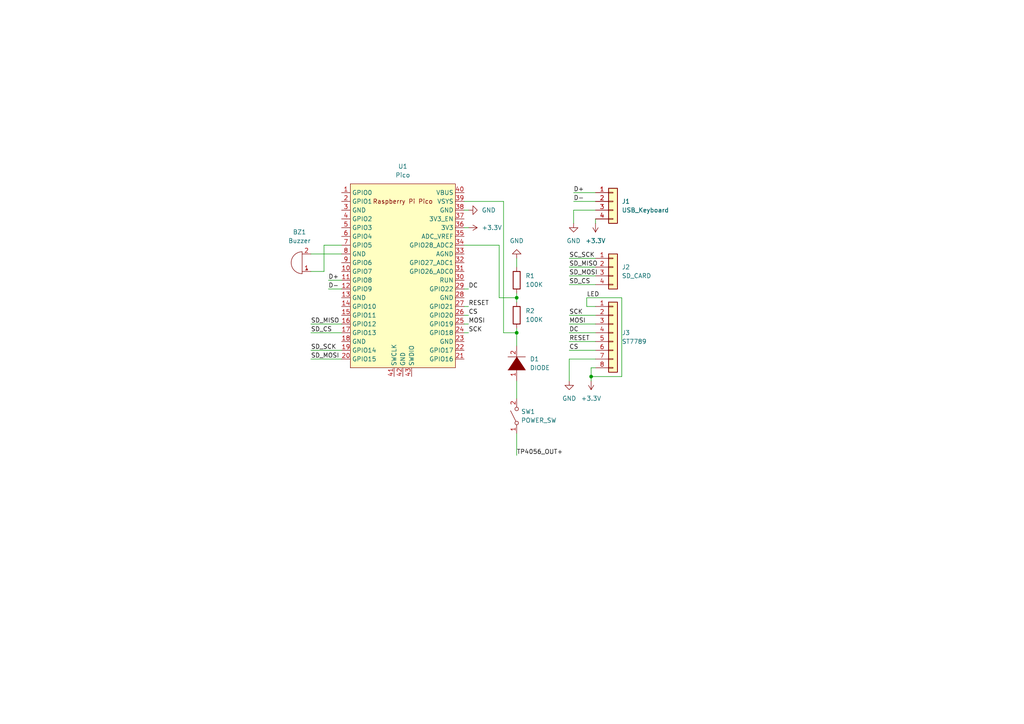
<source format=kicad_sch>
(kicad_sch (version 20211123) (generator eeschema)

  (uuid 8e84ada3-e7e1-44b1-a4a5-0413e3a4a77e)

  (paper "A4")

  (lib_symbols
    (symbol "Connector_Generic:Conn_01x04" (pin_names (offset 1.016) hide) (in_bom yes) (on_board yes)
      (property "Reference" "J" (id 0) (at 0 5.08 0)
        (effects (font (size 1.27 1.27)))
      )
      (property "Value" "Conn_01x04" (id 1) (at 0 -7.62 0)
        (effects (font (size 1.27 1.27)))
      )
      (property "Footprint" "" (id 2) (at 0 0 0)
        (effects (font (size 1.27 1.27)) hide)
      )
      (property "Datasheet" "~" (id 3) (at 0 0 0)
        (effects (font (size 1.27 1.27)) hide)
      )
      (property "ki_keywords" "connector" (id 4) (at 0 0 0)
        (effects (font (size 1.27 1.27)) hide)
      )
      (property "ki_description" "Generic connector, single row, 01x04, script generated (kicad-library-utils/schlib/autogen/connector/)" (id 5) (at 0 0 0)
        (effects (font (size 1.27 1.27)) hide)
      )
      (property "ki_fp_filters" "Connector*:*_1x??_*" (id 6) (at 0 0 0)
        (effects (font (size 1.27 1.27)) hide)
      )
      (symbol "Conn_01x04_1_1"
        (rectangle (start -1.27 -4.953) (end 0 -5.207)
          (stroke (width 0.1524) (type default) (color 0 0 0 0))
          (fill (type none))
        )
        (rectangle (start -1.27 -2.413) (end 0 -2.667)
          (stroke (width 0.1524) (type default) (color 0 0 0 0))
          (fill (type none))
        )
        (rectangle (start -1.27 0.127) (end 0 -0.127)
          (stroke (width 0.1524) (type default) (color 0 0 0 0))
          (fill (type none))
        )
        (rectangle (start -1.27 2.667) (end 0 2.413)
          (stroke (width 0.1524) (type default) (color 0 0 0 0))
          (fill (type none))
        )
        (rectangle (start -1.27 3.81) (end 1.27 -6.35)
          (stroke (width 0.254) (type default) (color 0 0 0 0))
          (fill (type background))
        )
        (pin passive line (at -5.08 2.54 0) (length 3.81)
          (name "Pin_1" (effects (font (size 1.27 1.27))))
          (number "1" (effects (font (size 1.27 1.27))))
        )
        (pin passive line (at -5.08 0 0) (length 3.81)
          (name "Pin_2" (effects (font (size 1.27 1.27))))
          (number "2" (effects (font (size 1.27 1.27))))
        )
        (pin passive line (at -5.08 -2.54 0) (length 3.81)
          (name "Pin_3" (effects (font (size 1.27 1.27))))
          (number "3" (effects (font (size 1.27 1.27))))
        )
        (pin passive line (at -5.08 -5.08 0) (length 3.81)
          (name "Pin_4" (effects (font (size 1.27 1.27))))
          (number "4" (effects (font (size 1.27 1.27))))
        )
      )
    )
    (symbol "Connector_Generic:Conn_01x08" (pin_names (offset 1.016) hide) (in_bom yes) (on_board yes)
      (property "Reference" "J" (id 0) (at 0 10.16 0)
        (effects (font (size 1.27 1.27)))
      )
      (property "Value" "Conn_01x08" (id 1) (at 0 -12.7 0)
        (effects (font (size 1.27 1.27)))
      )
      (property "Footprint" "" (id 2) (at 0 0 0)
        (effects (font (size 1.27 1.27)) hide)
      )
      (property "Datasheet" "~" (id 3) (at 0 0 0)
        (effects (font (size 1.27 1.27)) hide)
      )
      (property "ki_keywords" "connector" (id 4) (at 0 0 0)
        (effects (font (size 1.27 1.27)) hide)
      )
      (property "ki_description" "Generic connector, single row, 01x08, script generated (kicad-library-utils/schlib/autogen/connector/)" (id 5) (at 0 0 0)
        (effects (font (size 1.27 1.27)) hide)
      )
      (property "ki_fp_filters" "Connector*:*_1x??_*" (id 6) (at 0 0 0)
        (effects (font (size 1.27 1.27)) hide)
      )
      (symbol "Conn_01x08_1_1"
        (rectangle (start -1.27 -10.033) (end 0 -10.287)
          (stroke (width 0.1524) (type default) (color 0 0 0 0))
          (fill (type none))
        )
        (rectangle (start -1.27 -7.493) (end 0 -7.747)
          (stroke (width 0.1524) (type default) (color 0 0 0 0))
          (fill (type none))
        )
        (rectangle (start -1.27 -4.953) (end 0 -5.207)
          (stroke (width 0.1524) (type default) (color 0 0 0 0))
          (fill (type none))
        )
        (rectangle (start -1.27 -2.413) (end 0 -2.667)
          (stroke (width 0.1524) (type default) (color 0 0 0 0))
          (fill (type none))
        )
        (rectangle (start -1.27 0.127) (end 0 -0.127)
          (stroke (width 0.1524) (type default) (color 0 0 0 0))
          (fill (type none))
        )
        (rectangle (start -1.27 2.667) (end 0 2.413)
          (stroke (width 0.1524) (type default) (color 0 0 0 0))
          (fill (type none))
        )
        (rectangle (start -1.27 5.207) (end 0 4.953)
          (stroke (width 0.1524) (type default) (color 0 0 0 0))
          (fill (type none))
        )
        (rectangle (start -1.27 7.747) (end 0 7.493)
          (stroke (width 0.1524) (type default) (color 0 0 0 0))
          (fill (type none))
        )
        (rectangle (start -1.27 8.89) (end 1.27 -11.43)
          (stroke (width 0.254) (type default) (color 0 0 0 0))
          (fill (type background))
        )
        (pin passive line (at -5.08 7.62 0) (length 3.81)
          (name "Pin_1" (effects (font (size 1.27 1.27))))
          (number "1" (effects (font (size 1.27 1.27))))
        )
        (pin passive line (at -5.08 5.08 0) (length 3.81)
          (name "Pin_2" (effects (font (size 1.27 1.27))))
          (number "2" (effects (font (size 1.27 1.27))))
        )
        (pin passive line (at -5.08 2.54 0) (length 3.81)
          (name "Pin_3" (effects (font (size 1.27 1.27))))
          (number "3" (effects (font (size 1.27 1.27))))
        )
        (pin passive line (at -5.08 0 0) (length 3.81)
          (name "Pin_4" (effects (font (size 1.27 1.27))))
          (number "4" (effects (font (size 1.27 1.27))))
        )
        (pin passive line (at -5.08 -2.54 0) (length 3.81)
          (name "Pin_5" (effects (font (size 1.27 1.27))))
          (number "5" (effects (font (size 1.27 1.27))))
        )
        (pin passive line (at -5.08 -5.08 0) (length 3.81)
          (name "Pin_6" (effects (font (size 1.27 1.27))))
          (number "6" (effects (font (size 1.27 1.27))))
        )
        (pin passive line (at -5.08 -7.62 0) (length 3.81)
          (name "Pin_7" (effects (font (size 1.27 1.27))))
          (number "7" (effects (font (size 1.27 1.27))))
        )
        (pin passive line (at -5.08 -10.16 0) (length 3.81)
          (name "Pin_8" (effects (font (size 1.27 1.27))))
          (number "8" (effects (font (size 1.27 1.27))))
        )
      )
    )
    (symbol "Device:Buzzer" (pin_names (offset 0.0254) hide) (in_bom yes) (on_board yes)
      (property "Reference" "BZ" (id 0) (at 3.81 1.27 0)
        (effects (font (size 1.27 1.27)) (justify left))
      )
      (property "Value" "Buzzer" (id 1) (at 3.81 -1.27 0)
        (effects (font (size 1.27 1.27)) (justify left))
      )
      (property "Footprint" "" (id 2) (at -0.635 2.54 90)
        (effects (font (size 1.27 1.27)) hide)
      )
      (property "Datasheet" "~" (id 3) (at -0.635 2.54 90)
        (effects (font (size 1.27 1.27)) hide)
      )
      (property "ki_keywords" "quartz resonator ceramic" (id 4) (at 0 0 0)
        (effects (font (size 1.27 1.27)) hide)
      )
      (property "ki_description" "Buzzer, polarized" (id 5) (at 0 0 0)
        (effects (font (size 1.27 1.27)) hide)
      )
      (property "ki_fp_filters" "*Buzzer*" (id 6) (at 0 0 0)
        (effects (font (size 1.27 1.27)) hide)
      )
      (symbol "Buzzer_0_1"
        (arc (start 0 -3.175) (mid 3.175 0) (end 0 3.175)
          (stroke (width 0) (type default) (color 0 0 0 0))
          (fill (type none))
        )
        (polyline
          (pts
            (xy -1.651 1.905)
            (xy -1.143 1.905)
          )
          (stroke (width 0) (type default) (color 0 0 0 0))
          (fill (type none))
        )
        (polyline
          (pts
            (xy -1.397 2.159)
            (xy -1.397 1.651)
          )
          (stroke (width 0) (type default) (color 0 0 0 0))
          (fill (type none))
        )
        (polyline
          (pts
            (xy 0 3.175)
            (xy 0 -3.175)
          )
          (stroke (width 0) (type default) (color 0 0 0 0))
          (fill (type none))
        )
      )
      (symbol "Buzzer_1_1"
        (pin passive line (at -2.54 2.54 0) (length 2.54)
          (name "-" (effects (font (size 1.27 1.27))))
          (number "1" (effects (font (size 1.27 1.27))))
        )
        (pin passive line (at -2.54 -2.54 0) (length 2.54)
          (name "+" (effects (font (size 1.27 1.27))))
          (number "2" (effects (font (size 1.27 1.27))))
        )
      )
    )
    (symbol "Device:R" (pin_numbers hide) (pin_names (offset 0)) (in_bom yes) (on_board yes)
      (property "Reference" "R" (id 0) (at 2.032 0 90)
        (effects (font (size 1.27 1.27)))
      )
      (property "Value" "R" (id 1) (at 0 0 90)
        (effects (font (size 1.27 1.27)))
      )
      (property "Footprint" "" (id 2) (at -1.778 0 90)
        (effects (font (size 1.27 1.27)) hide)
      )
      (property "Datasheet" "~" (id 3) (at 0 0 0)
        (effects (font (size 1.27 1.27)) hide)
      )
      (property "ki_keywords" "R res resistor" (id 4) (at 0 0 0)
        (effects (font (size 1.27 1.27)) hide)
      )
      (property "ki_description" "Resistor" (id 5) (at 0 0 0)
        (effects (font (size 1.27 1.27)) hide)
      )
      (property "ki_fp_filters" "R_*" (id 6) (at 0 0 0)
        (effects (font (size 1.27 1.27)) hide)
      )
      (symbol "R_0_1"
        (rectangle (start -1.016 -2.54) (end 1.016 2.54)
          (stroke (width 0.254) (type default) (color 0 0 0 0))
          (fill (type none))
        )
      )
      (symbol "R_1_1"
        (pin passive line (at 0 3.81 270) (length 1.27)
          (name "~" (effects (font (size 1.27 1.27))))
          (number "1" (effects (font (size 1.27 1.27))))
        )
        (pin passive line (at 0 -3.81 90) (length 1.27)
          (name "~" (effects (font (size 1.27 1.27))))
          (number "2" (effects (font (size 1.27 1.27))))
        )
      )
    )
    (symbol "MCU_RaspberryPi_and_Boards:Pico" (in_bom yes) (on_board yes)
      (property "Reference" "U" (id 0) (at -13.97 27.94 0)
        (effects (font (size 1.27 1.27)))
      )
      (property "Value" "Pico" (id 1) (at 0 19.05 0)
        (effects (font (size 1.27 1.27)))
      )
      (property "Footprint" "RPi_Pico:RPi_Pico_SMD_TH" (id 2) (at 0 0 90)
        (effects (font (size 1.27 1.27)) hide)
      )
      (property "Datasheet" "" (id 3) (at 0 0 0)
        (effects (font (size 1.27 1.27)) hide)
      )
      (symbol "Pico_0_0"
        (text "Raspberry Pi Pico" (at 0 21.59 0)
          (effects (font (size 1.27 1.27)))
        )
      )
      (symbol "Pico_0_1"
        (rectangle (start -15.24 26.67) (end 15.24 -26.67)
          (stroke (width 0) (type default) (color 0 0 0 0))
          (fill (type background))
        )
      )
      (symbol "Pico_1_1"
        (pin bidirectional line (at -17.78 24.13 0) (length 2.54)
          (name "GPIO0" (effects (font (size 1.27 1.27))))
          (number "1" (effects (font (size 1.27 1.27))))
        )
        (pin bidirectional line (at -17.78 1.27 0) (length 2.54)
          (name "GPIO7" (effects (font (size 1.27 1.27))))
          (number "10" (effects (font (size 1.27 1.27))))
        )
        (pin bidirectional line (at -17.78 -1.27 0) (length 2.54)
          (name "GPIO8" (effects (font (size 1.27 1.27))))
          (number "11" (effects (font (size 1.27 1.27))))
        )
        (pin bidirectional line (at -17.78 -3.81 0) (length 2.54)
          (name "GPIO9" (effects (font (size 1.27 1.27))))
          (number "12" (effects (font (size 1.27 1.27))))
        )
        (pin power_in line (at -17.78 -6.35 0) (length 2.54)
          (name "GND" (effects (font (size 1.27 1.27))))
          (number "13" (effects (font (size 1.27 1.27))))
        )
        (pin bidirectional line (at -17.78 -8.89 0) (length 2.54)
          (name "GPIO10" (effects (font (size 1.27 1.27))))
          (number "14" (effects (font (size 1.27 1.27))))
        )
        (pin bidirectional line (at -17.78 -11.43 0) (length 2.54)
          (name "GPIO11" (effects (font (size 1.27 1.27))))
          (number "15" (effects (font (size 1.27 1.27))))
        )
        (pin bidirectional line (at -17.78 -13.97 0) (length 2.54)
          (name "GPIO12" (effects (font (size 1.27 1.27))))
          (number "16" (effects (font (size 1.27 1.27))))
        )
        (pin bidirectional line (at -17.78 -16.51 0) (length 2.54)
          (name "GPIO13" (effects (font (size 1.27 1.27))))
          (number "17" (effects (font (size 1.27 1.27))))
        )
        (pin power_in line (at -17.78 -19.05 0) (length 2.54)
          (name "GND" (effects (font (size 1.27 1.27))))
          (number "18" (effects (font (size 1.27 1.27))))
        )
        (pin bidirectional line (at -17.78 -21.59 0) (length 2.54)
          (name "GPIO14" (effects (font (size 1.27 1.27))))
          (number "19" (effects (font (size 1.27 1.27))))
        )
        (pin bidirectional line (at -17.78 21.59 0) (length 2.54)
          (name "GPIO1" (effects (font (size 1.27 1.27))))
          (number "2" (effects (font (size 1.27 1.27))))
        )
        (pin bidirectional line (at -17.78 -24.13 0) (length 2.54)
          (name "GPIO15" (effects (font (size 1.27 1.27))))
          (number "20" (effects (font (size 1.27 1.27))))
        )
        (pin bidirectional line (at 17.78 -24.13 180) (length 2.54)
          (name "GPIO16" (effects (font (size 1.27 1.27))))
          (number "21" (effects (font (size 1.27 1.27))))
        )
        (pin bidirectional line (at 17.78 -21.59 180) (length 2.54)
          (name "GPIO17" (effects (font (size 1.27 1.27))))
          (number "22" (effects (font (size 1.27 1.27))))
        )
        (pin power_in line (at 17.78 -19.05 180) (length 2.54)
          (name "GND" (effects (font (size 1.27 1.27))))
          (number "23" (effects (font (size 1.27 1.27))))
        )
        (pin bidirectional line (at 17.78 -16.51 180) (length 2.54)
          (name "GPIO18" (effects (font (size 1.27 1.27))))
          (number "24" (effects (font (size 1.27 1.27))))
        )
        (pin bidirectional line (at 17.78 -13.97 180) (length 2.54)
          (name "GPIO19" (effects (font (size 1.27 1.27))))
          (number "25" (effects (font (size 1.27 1.27))))
        )
        (pin bidirectional line (at 17.78 -11.43 180) (length 2.54)
          (name "GPIO20" (effects (font (size 1.27 1.27))))
          (number "26" (effects (font (size 1.27 1.27))))
        )
        (pin bidirectional line (at 17.78 -8.89 180) (length 2.54)
          (name "GPIO21" (effects (font (size 1.27 1.27))))
          (number "27" (effects (font (size 1.27 1.27))))
        )
        (pin power_in line (at 17.78 -6.35 180) (length 2.54)
          (name "GND" (effects (font (size 1.27 1.27))))
          (number "28" (effects (font (size 1.27 1.27))))
        )
        (pin bidirectional line (at 17.78 -3.81 180) (length 2.54)
          (name "GPIO22" (effects (font (size 1.27 1.27))))
          (number "29" (effects (font (size 1.27 1.27))))
        )
        (pin power_in line (at -17.78 19.05 0) (length 2.54)
          (name "GND" (effects (font (size 1.27 1.27))))
          (number "3" (effects (font (size 1.27 1.27))))
        )
        (pin input line (at 17.78 -1.27 180) (length 2.54)
          (name "RUN" (effects (font (size 1.27 1.27))))
          (number "30" (effects (font (size 1.27 1.27))))
        )
        (pin bidirectional line (at 17.78 1.27 180) (length 2.54)
          (name "GPIO26_ADC0" (effects (font (size 1.27 1.27))))
          (number "31" (effects (font (size 1.27 1.27))))
        )
        (pin bidirectional line (at 17.78 3.81 180) (length 2.54)
          (name "GPIO27_ADC1" (effects (font (size 1.27 1.27))))
          (number "32" (effects (font (size 1.27 1.27))))
        )
        (pin power_in line (at 17.78 6.35 180) (length 2.54)
          (name "AGND" (effects (font (size 1.27 1.27))))
          (number "33" (effects (font (size 1.27 1.27))))
        )
        (pin bidirectional line (at 17.78 8.89 180) (length 2.54)
          (name "GPIO28_ADC2" (effects (font (size 1.27 1.27))))
          (number "34" (effects (font (size 1.27 1.27))))
        )
        (pin power_in line (at 17.78 11.43 180) (length 2.54)
          (name "ADC_VREF" (effects (font (size 1.27 1.27))))
          (number "35" (effects (font (size 1.27 1.27))))
        )
        (pin power_in line (at 17.78 13.97 180) (length 2.54)
          (name "3V3" (effects (font (size 1.27 1.27))))
          (number "36" (effects (font (size 1.27 1.27))))
        )
        (pin input line (at 17.78 16.51 180) (length 2.54)
          (name "3V3_EN" (effects (font (size 1.27 1.27))))
          (number "37" (effects (font (size 1.27 1.27))))
        )
        (pin bidirectional line (at 17.78 19.05 180) (length 2.54)
          (name "GND" (effects (font (size 1.27 1.27))))
          (number "38" (effects (font (size 1.27 1.27))))
        )
        (pin power_in line (at 17.78 21.59 180) (length 2.54)
          (name "VSYS" (effects (font (size 1.27 1.27))))
          (number "39" (effects (font (size 1.27 1.27))))
        )
        (pin bidirectional line (at -17.78 16.51 0) (length 2.54)
          (name "GPIO2" (effects (font (size 1.27 1.27))))
          (number "4" (effects (font (size 1.27 1.27))))
        )
        (pin power_in line (at 17.78 24.13 180) (length 2.54)
          (name "VBUS" (effects (font (size 1.27 1.27))))
          (number "40" (effects (font (size 1.27 1.27))))
        )
        (pin input line (at -2.54 -29.21 90) (length 2.54)
          (name "SWCLK" (effects (font (size 1.27 1.27))))
          (number "41" (effects (font (size 1.27 1.27))))
        )
        (pin power_in line (at 0 -29.21 90) (length 2.54)
          (name "GND" (effects (font (size 1.27 1.27))))
          (number "42" (effects (font (size 1.27 1.27))))
        )
        (pin bidirectional line (at 2.54 -29.21 90) (length 2.54)
          (name "SWDIO" (effects (font (size 1.27 1.27))))
          (number "43" (effects (font (size 1.27 1.27))))
        )
        (pin bidirectional line (at -17.78 13.97 0) (length 2.54)
          (name "GPIO3" (effects (font (size 1.27 1.27))))
          (number "5" (effects (font (size 1.27 1.27))))
        )
        (pin bidirectional line (at -17.78 11.43 0) (length 2.54)
          (name "GPIO4" (effects (font (size 1.27 1.27))))
          (number "6" (effects (font (size 1.27 1.27))))
        )
        (pin bidirectional line (at -17.78 8.89 0) (length 2.54)
          (name "GPIO5" (effects (font (size 1.27 1.27))))
          (number "7" (effects (font (size 1.27 1.27))))
        )
        (pin power_in line (at -17.78 6.35 0) (length 2.54)
          (name "GND" (effects (font (size 1.27 1.27))))
          (number "8" (effects (font (size 1.27 1.27))))
        )
        (pin bidirectional line (at -17.78 3.81 0) (length 2.54)
          (name "GPIO6" (effects (font (size 1.27 1.27))))
          (number "9" (effects (font (size 1.27 1.27))))
        )
      )
    )
    (symbol "Switch:SW_SPST" (pin_names (offset 0) hide) (in_bom yes) (on_board yes)
      (property "Reference" "SW" (id 0) (at 0 3.175 0)
        (effects (font (size 1.27 1.27)))
      )
      (property "Value" "SW_SPST" (id 1) (at 0 -2.54 0)
        (effects (font (size 1.27 1.27)))
      )
      (property "Footprint" "" (id 2) (at 0 0 0)
        (effects (font (size 1.27 1.27)) hide)
      )
      (property "Datasheet" "~" (id 3) (at 0 0 0)
        (effects (font (size 1.27 1.27)) hide)
      )
      (property "ki_keywords" "switch lever" (id 4) (at 0 0 0)
        (effects (font (size 1.27 1.27)) hide)
      )
      (property "ki_description" "Single Pole Single Throw (SPST) switch" (id 5) (at 0 0 0)
        (effects (font (size 1.27 1.27)) hide)
      )
      (symbol "SW_SPST_0_0"
        (circle (center -2.032 0) (radius 0.508)
          (stroke (width 0) (type default) (color 0 0 0 0))
          (fill (type none))
        )
        (polyline
          (pts
            (xy -1.524 0.254)
            (xy 1.524 1.778)
          )
          (stroke (width 0) (type default) (color 0 0 0 0))
          (fill (type none))
        )
        (circle (center 2.032 0) (radius 0.508)
          (stroke (width 0) (type default) (color 0 0 0 0))
          (fill (type none))
        )
      )
      (symbol "SW_SPST_1_1"
        (pin passive line (at -5.08 0 0) (length 2.54)
          (name "A" (effects (font (size 1.27 1.27))))
          (number "1" (effects (font (size 1.27 1.27))))
        )
        (pin passive line (at 5.08 0 180) (length 2.54)
          (name "B" (effects (font (size 1.27 1.27))))
          (number "2" (effects (font (size 1.27 1.27))))
        )
      )
    )
    (symbol "power:+3.3V" (power) (pin_names (offset 0)) (in_bom yes) (on_board yes)
      (property "Reference" "#PWR" (id 0) (at 0 -3.81 0)
        (effects (font (size 1.27 1.27)) hide)
      )
      (property "Value" "+3.3V" (id 1) (at 0 3.556 0)
        (effects (font (size 1.27 1.27)))
      )
      (property "Footprint" "" (id 2) (at 0 0 0)
        (effects (font (size 1.27 1.27)) hide)
      )
      (property "Datasheet" "" (id 3) (at 0 0 0)
        (effects (font (size 1.27 1.27)) hide)
      )
      (property "ki_keywords" "power-flag" (id 4) (at 0 0 0)
        (effects (font (size 1.27 1.27)) hide)
      )
      (property "ki_description" "Power symbol creates a global label with name \"+3.3V\"" (id 5) (at 0 0 0)
        (effects (font (size 1.27 1.27)) hide)
      )
      (symbol "+3.3V_0_1"
        (polyline
          (pts
            (xy -0.762 1.27)
            (xy 0 2.54)
          )
          (stroke (width 0) (type default) (color 0 0 0 0))
          (fill (type none))
        )
        (polyline
          (pts
            (xy 0 0)
            (xy 0 2.54)
          )
          (stroke (width 0) (type default) (color 0 0 0 0))
          (fill (type none))
        )
        (polyline
          (pts
            (xy 0 2.54)
            (xy 0.762 1.27)
          )
          (stroke (width 0) (type default) (color 0 0 0 0))
          (fill (type none))
        )
      )
      (symbol "+3.3V_1_1"
        (pin power_in line (at 0 0 90) (length 0) hide
          (name "+3.3V" (effects (font (size 1.27 1.27))))
          (number "1" (effects (font (size 1.27 1.27))))
        )
      )
    )
    (symbol "power:GND" (power) (pin_names (offset 0)) (in_bom yes) (on_board yes)
      (property "Reference" "#PWR" (id 0) (at 0 -6.35 0)
        (effects (font (size 1.27 1.27)) hide)
      )
      (property "Value" "GND" (id 1) (at 0 -3.81 0)
        (effects (font (size 1.27 1.27)))
      )
      (property "Footprint" "" (id 2) (at 0 0 0)
        (effects (font (size 1.27 1.27)) hide)
      )
      (property "Datasheet" "" (id 3) (at 0 0 0)
        (effects (font (size 1.27 1.27)) hide)
      )
      (property "ki_keywords" "power-flag" (id 4) (at 0 0 0)
        (effects (font (size 1.27 1.27)) hide)
      )
      (property "ki_description" "Power symbol creates a global label with name \"GND\" , ground" (id 5) (at 0 0 0)
        (effects (font (size 1.27 1.27)) hide)
      )
      (symbol "GND_0_1"
        (polyline
          (pts
            (xy 0 0)
            (xy 0 -1.27)
            (xy 1.27 -1.27)
            (xy 0 -2.54)
            (xy -1.27 -1.27)
            (xy 0 -1.27)
          )
          (stroke (width 0) (type default) (color 0 0 0 0))
          (fill (type none))
        )
      )
      (symbol "GND_1_1"
        (pin power_in line (at 0 0 270) (length 0) hide
          (name "GND" (effects (font (size 1.27 1.27))))
          (number "1" (effects (font (size 1.27 1.27))))
        )
      )
    )
    (symbol "pspice:DIODE" (pin_names (offset 1.016) hide) (in_bom yes) (on_board yes)
      (property "Reference" "D" (id 0) (at 0 3.81 0)
        (effects (font (size 1.27 1.27)))
      )
      (property "Value" "DIODE" (id 1) (at 0 -4.445 0)
        (effects (font (size 1.27 1.27)))
      )
      (property "Footprint" "" (id 2) (at 0 0 0)
        (effects (font (size 1.27 1.27)) hide)
      )
      (property "Datasheet" "~" (id 3) (at 0 0 0)
        (effects (font (size 1.27 1.27)) hide)
      )
      (property "ki_keywords" "simulation" (id 4) (at 0 0 0)
        (effects (font (size 1.27 1.27)) hide)
      )
      (property "ki_description" "Diode symbol for simulation only. Pin order incompatible with official kicad footprints" (id 5) (at 0 0 0)
        (effects (font (size 1.27 1.27)) hide)
      )
      (symbol "DIODE_0_1"
        (polyline
          (pts
            (xy 1.905 2.54)
            (xy 1.905 -2.54)
          )
          (stroke (width 0) (type default) (color 0 0 0 0))
          (fill (type none))
        )
        (polyline
          (pts
            (xy -1.905 2.54)
            (xy -1.905 -2.54)
            (xy 1.905 0)
          )
          (stroke (width 0) (type default) (color 0 0 0 0))
          (fill (type outline))
        )
      )
      (symbol "DIODE_1_1"
        (pin input line (at -5.08 0 0) (length 3.81)
          (name "K" (effects (font (size 1.27 1.27))))
          (number "1" (effects (font (size 1.27 1.27))))
        )
        (pin input line (at 5.08 0 180) (length 3.81)
          (name "A" (effects (font (size 1.27 1.27))))
          (number "2" (effects (font (size 1.27 1.27))))
        )
      )
    )
  )

  (junction (at 171.45 109.22) (diameter 0) (color 0 0 0 0)
    (uuid 45b6bdef-e28a-47d3-8ce5-e54f7a0c23c4)
  )
  (junction (at 149.86 86.36) (diameter 0) (color 0 0 0 0)
    (uuid b230f737-8d13-4764-90ce-b23074469b15)
  )
  (junction (at 149.86 96.52) (diameter 0) (color 0 0 0 0)
    (uuid effa7a75-8c5c-4b5a-986c-8a41a42cd449)
  )

  (wire (pts (xy 172.72 91.44) (xy 165.1 91.44))
    (stroke (width 0) (type default) (color 0 0 0 0))
    (uuid 022f7cd2-8b2b-4409-b3aa-545eb7a79253)
  )
  (wire (pts (xy 144.78 71.12) (xy 144.78 86.36))
    (stroke (width 0) (type default) (color 0 0 0 0))
    (uuid 05584d4e-ceac-4a77-8d76-4116973810ff)
  )
  (wire (pts (xy 172.72 82.55) (xy 165.1 82.55))
    (stroke (width 0) (type default) (color 0 0 0 0))
    (uuid 081e34ea-3b70-4715-a2af-b38895851c06)
  )
  (wire (pts (xy 90.17 101.6) (xy 99.06 101.6))
    (stroke (width 0) (type default) (color 0 0 0 0))
    (uuid 0f4a959a-b8c5-45af-81a4-f02d8bf293d6)
  )
  (wire (pts (xy 171.45 109.22) (xy 171.45 106.68))
    (stroke (width 0) (type default) (color 0 0 0 0))
    (uuid 163f7f5c-8fe0-4a49-9e06-a59147277fd0)
  )
  (wire (pts (xy 172.72 80.01) (xy 165.1 80.01))
    (stroke (width 0) (type default) (color 0 0 0 0))
    (uuid 17ff3473-a0a1-4efd-aac6-b26f01ba2241)
  )
  (wire (pts (xy 90.17 78.74) (xy 93.98 78.74))
    (stroke (width 0) (type default) (color 0 0 0 0))
    (uuid 19aa990c-e99d-48c1-a19d-2aa51071ca01)
  )
  (wire (pts (xy 134.62 60.96) (xy 135.89 60.96))
    (stroke (width 0) (type default) (color 0 0 0 0))
    (uuid 1a02732b-5bcc-45cf-9773-fba4b91a3ad1)
  )
  (wire (pts (xy 146.05 96.52) (xy 149.86 96.52))
    (stroke (width 0) (type default) (color 0 0 0 0))
    (uuid 265213e3-c129-4f25-a23e-fc4406aee11c)
  )
  (wire (pts (xy 172.72 99.06) (xy 165.1 99.06))
    (stroke (width 0) (type default) (color 0 0 0 0))
    (uuid 31b4d98c-387b-4e1e-b315-f931880f4a8d)
  )
  (wire (pts (xy 172.72 101.6) (xy 165.1 101.6))
    (stroke (width 0) (type default) (color 0 0 0 0))
    (uuid 393a7132-6143-4d07-83cb-ef4bc049b6f0)
  )
  (wire (pts (xy 135.89 83.82) (xy 134.62 83.82))
    (stroke (width 0) (type default) (color 0 0 0 0))
    (uuid 4020c11d-4fb1-46f0-b114-c2717581bf74)
  )
  (wire (pts (xy 172.72 77.47) (xy 165.1 77.47))
    (stroke (width 0) (type default) (color 0 0 0 0))
    (uuid 42746d22-ccbe-4003-8399-28a515231b30)
  )
  (wire (pts (xy 134.62 66.04) (xy 135.89 66.04))
    (stroke (width 0) (type default) (color 0 0 0 0))
    (uuid 4749bc4a-315d-42a3-85b6-d7e51e11f721)
  )
  (wire (pts (xy 146.05 58.42) (xy 146.05 96.52))
    (stroke (width 0) (type default) (color 0 0 0 0))
    (uuid 51360ab4-febf-4bfa-9540-17d808e361b3)
  )
  (wire (pts (xy 149.86 95.25) (xy 149.86 96.52))
    (stroke (width 0) (type default) (color 0 0 0 0))
    (uuid 52a824c2-e184-4c2d-8a34-7eaa76f35d2e)
  )
  (wire (pts (xy 93.98 71.12) (xy 99.06 71.12))
    (stroke (width 0) (type default) (color 0 0 0 0))
    (uuid 61acb1c6-8619-438d-bfdf-64d5d5f9b4a0)
  )
  (wire (pts (xy 135.89 93.98) (xy 134.62 93.98))
    (stroke (width 0) (type default) (color 0 0 0 0))
    (uuid 70d33872-a472-4306-b3c6-3a8f597ffac9)
  )
  (wire (pts (xy 172.72 58.42) (xy 166.37 58.42))
    (stroke (width 0) (type default) (color 0 0 0 0))
    (uuid 77afc912-3816-4f33-9ad6-a8529e183893)
  )
  (wire (pts (xy 149.86 125.73) (xy 149.86 132.08))
    (stroke (width 0) (type default) (color 0 0 0 0))
    (uuid 7a8db9cf-cfbe-4486-b6fa-6eeb864caad5)
  )
  (wire (pts (xy 165.1 110.49) (xy 165.1 104.14))
    (stroke (width 0) (type default) (color 0 0 0 0))
    (uuid 830135c0-ef72-4a9a-9996-902badb5869b)
  )
  (wire (pts (xy 180.34 86.36) (xy 180.34 109.22))
    (stroke (width 0) (type default) (color 0 0 0 0))
    (uuid 83cb6a99-cec0-4964-9ec6-dc3786797ca7)
  )
  (wire (pts (xy 135.89 96.52) (xy 134.62 96.52))
    (stroke (width 0) (type default) (color 0 0 0 0))
    (uuid 9899eb01-b9d5-477e-9e77-a8e299a16d9b)
  )
  (wire (pts (xy 166.37 64.77) (xy 166.37 60.96))
    (stroke (width 0) (type default) (color 0 0 0 0))
    (uuid 9b234e58-8bee-432e-9758-546e9112af35)
  )
  (wire (pts (xy 149.86 77.47) (xy 149.86 74.93))
    (stroke (width 0) (type default) (color 0 0 0 0))
    (uuid 9d31b7d7-c6cf-405f-948a-b9ca59734855)
  )
  (wire (pts (xy 146.05 58.42) (xy 134.62 58.42))
    (stroke (width 0) (type default) (color 0 0 0 0))
    (uuid 9e2afa3c-7ef8-4e4d-be82-a2febe417615)
  )
  (wire (pts (xy 149.86 96.52) (xy 149.86 100.33))
    (stroke (width 0) (type default) (color 0 0 0 0))
    (uuid 9e3aa94e-17c2-4dff-806f-b775585b716e)
  )
  (wire (pts (xy 135.89 88.9) (xy 134.62 88.9))
    (stroke (width 0) (type default) (color 0 0 0 0))
    (uuid 9eb3e563-a67b-434e-ab70-2cbbafce4dcc)
  )
  (wire (pts (xy 149.86 85.09) (xy 149.86 86.36))
    (stroke (width 0) (type default) (color 0 0 0 0))
    (uuid a68067d6-9e95-4e58-b161-54929b6de92d)
  )
  (wire (pts (xy 172.72 63.5) (xy 172.72 64.77))
    (stroke (width 0) (type default) (color 0 0 0 0))
    (uuid a70313c6-9635-4a06-aa43-053b7075d75f)
  )
  (wire (pts (xy 171.45 106.68) (xy 172.72 106.68))
    (stroke (width 0) (type default) (color 0 0 0 0))
    (uuid a7cd0a45-f080-4885-9c50-7c61df924fdd)
  )
  (wire (pts (xy 135.89 91.44) (xy 134.62 91.44))
    (stroke (width 0) (type default) (color 0 0 0 0))
    (uuid a8770508-d5f3-482a-86c0-d8cf60938f36)
  )
  (wire (pts (xy 149.86 110.49) (xy 149.86 115.57))
    (stroke (width 0) (type default) (color 0 0 0 0))
    (uuid a8ffb550-6a6e-4ecf-9199-5d0e8c7a6ac9)
  )
  (wire (pts (xy 90.17 93.98) (xy 99.06 93.98))
    (stroke (width 0) (type default) (color 0 0 0 0))
    (uuid aade6054-f511-4ba4-8d47-5995a598d498)
  )
  (wire (pts (xy 144.78 86.36) (xy 149.86 86.36))
    (stroke (width 0) (type default) (color 0 0 0 0))
    (uuid ac1949b1-296f-41f8-a5c0-fc18cb7bcf5d)
  )
  (wire (pts (xy 172.72 93.98) (xy 165.1 93.98))
    (stroke (width 0) (type default) (color 0 0 0 0))
    (uuid ae23286f-765f-4825-9b78-b61a74aad1ea)
  )
  (wire (pts (xy 166.37 60.96) (xy 172.72 60.96))
    (stroke (width 0) (type default) (color 0 0 0 0))
    (uuid bbed0c5f-9ae8-4b98-ae69-847834621f61)
  )
  (wire (pts (xy 165.1 104.14) (xy 172.72 104.14))
    (stroke (width 0) (type default) (color 0 0 0 0))
    (uuid bc23231f-b2cf-4151-935f-b0f93999eb15)
  )
  (wire (pts (xy 149.86 86.36) (xy 149.86 87.63))
    (stroke (width 0) (type default) (color 0 0 0 0))
    (uuid ca873521-7f42-46d5-a72a-fe32b0d886a8)
  )
  (wire (pts (xy 172.72 88.9) (xy 170.18 88.9))
    (stroke (width 0) (type default) (color 0 0 0 0))
    (uuid cc9a8f36-852e-4566-a002-edd27a9b7427)
  )
  (wire (pts (xy 172.72 96.52) (xy 165.1 96.52))
    (stroke (width 0) (type default) (color 0 0 0 0))
    (uuid cd689ffd-0b4c-41e7-8288-121745c980cf)
  )
  (wire (pts (xy 172.72 55.88) (xy 166.37 55.88))
    (stroke (width 0) (type default) (color 0 0 0 0))
    (uuid d5c9968c-7954-41dc-a8c9-ec540c3bb5cc)
  )
  (wire (pts (xy 90.17 96.52) (xy 99.06 96.52))
    (stroke (width 0) (type default) (color 0 0 0 0))
    (uuid d83b30d7-89f8-4f7a-a39e-727e9d17c855)
  )
  (wire (pts (xy 95.25 81.28) (xy 99.06 81.28))
    (stroke (width 0) (type default) (color 0 0 0 0))
    (uuid d9c6cf2c-705f-4d7a-b44d-f61c91e4ff86)
  )
  (wire (pts (xy 95.25 83.82) (xy 99.06 83.82))
    (stroke (width 0) (type default) (color 0 0 0 0))
    (uuid db19f78c-6343-4265-9812-bf12c3f0d966)
  )
  (wire (pts (xy 90.17 104.14) (xy 99.06 104.14))
    (stroke (width 0) (type default) (color 0 0 0 0))
    (uuid dc6b4ef5-4722-40fb-9706-5d041fb0657b)
  )
  (wire (pts (xy 93.98 78.74) (xy 93.98 71.12))
    (stroke (width 0) (type default) (color 0 0 0 0))
    (uuid dd37a9ce-9fcd-4e5f-9d9b-5d2cb5ad9116)
  )
  (wire (pts (xy 90.17 73.66) (xy 99.06 73.66))
    (stroke (width 0) (type default) (color 0 0 0 0))
    (uuid df301574-1786-4940-9692-358c1b28f134)
  )
  (wire (pts (xy 134.62 71.12) (xy 144.78 71.12))
    (stroke (width 0) (type default) (color 0 0 0 0))
    (uuid e3d231ae-cb0d-4780-8936-bd95ebc87022)
  )
  (wire (pts (xy 171.45 110.49) (xy 171.45 109.22))
    (stroke (width 0) (type default) (color 0 0 0 0))
    (uuid e72f043e-954d-4918-b855-407eaace68ff)
  )
  (wire (pts (xy 172.72 74.93) (xy 165.1 74.93))
    (stroke (width 0) (type default) (color 0 0 0 0))
    (uuid ea6653ec-ffc2-4c3a-aa1c-a1a9331b87f8)
  )
  (wire (pts (xy 170.18 86.36) (xy 180.34 86.36))
    (stroke (width 0) (type default) (color 0 0 0 0))
    (uuid ed120cfc-aec2-41fa-abe7-aebf0f3d0e9f)
  )
  (wire (pts (xy 170.18 88.9) (xy 170.18 86.36))
    (stroke (width 0) (type default) (color 0 0 0 0))
    (uuid f3df2fc0-b4d1-4d95-b4de-d452fe261a48)
  )
  (wire (pts (xy 171.45 109.22) (xy 180.34 109.22))
    (stroke (width 0) (type default) (color 0 0 0 0))
    (uuid fe534c79-e3d7-4aed-8cc6-77925d6262cc)
  )

  (label "CS" (at 165.1 101.6 0)
    (effects (font (size 1.27 1.27)) (justify left bottom))
    (uuid 05172a79-f9d6-4511-aa2f-7a48c8a11755)
  )
  (label "SCK" (at 165.1 91.44 0)
    (effects (font (size 1.27 1.27)) (justify left bottom))
    (uuid 174992cb-66f9-4c74-8878-2ab1a79389f1)
  )
  (label "SD_CS" (at 90.17 96.52 0)
    (effects (font (size 1.27 1.27)) (justify left bottom))
    (uuid 21860412-1833-45b8-89d5-8155cdb2de88)
  )
  (label "SD_CS" (at 165.1 82.55 0)
    (effects (font (size 1.27 1.27)) (justify left bottom))
    (uuid 2ba36606-5d91-415d-86b1-59fa38455c5d)
  )
  (label "LED" (at 170.18 86.36 0)
    (effects (font (size 1.27 1.27)) (justify left bottom))
    (uuid 34c54e48-f0d2-4b7c-af74-4b789f8b608a)
  )
  (label "SD_MISO" (at 90.17 93.98 0)
    (effects (font (size 1.27 1.27)) (justify left bottom))
    (uuid 3e9e5e7b-3ae1-49c8-9bae-1bbebfddcf12)
  )
  (label "SCK" (at 135.89 96.52 0)
    (effects (font (size 1.27 1.27)) (justify left bottom))
    (uuid 3e9fa814-8143-4664-8612-04635978ae0a)
  )
  (label "RESET" (at 165.1 99.06 0)
    (effects (font (size 1.27 1.27)) (justify left bottom))
    (uuid 3f982950-2d29-4053-a1cc-a19f222ca065)
  )
  (label "CS" (at 135.89 91.44 0)
    (effects (font (size 1.27 1.27)) (justify left bottom))
    (uuid 4cc16d1a-b27f-4adf-8254-ae3db87ba332)
  )
  (label "SC_SCK" (at 165.1 74.93 0)
    (effects (font (size 1.27 1.27)) (justify left bottom))
    (uuid 707d85c7-886f-4fab-9f20-4e290dacab1c)
  )
  (label "MOSI" (at 135.89 93.98 0)
    (effects (font (size 1.27 1.27)) (justify left bottom))
    (uuid 740f9f78-23d3-4ae1-be3e-bfbf28481630)
  )
  (label "TP4056_OUT+" (at 149.86 132.08 0)
    (effects (font (size 1.27 1.27)) (justify left bottom))
    (uuid 8deb8441-f3cf-45c7-9b23-d802cdebcbbc)
  )
  (label "MOSI" (at 165.1 93.98 0)
    (effects (font (size 1.27 1.27)) (justify left bottom))
    (uuid 91c49297-01f6-462c-93be-c29b54851fdc)
  )
  (label "SD_MOSI" (at 90.17 104.14 0)
    (effects (font (size 1.27 1.27)) (justify left bottom))
    (uuid 94ede310-805e-4997-811e-7bcba6a680ef)
  )
  (label "RESET" (at 135.89 88.9 0)
    (effects (font (size 1.27 1.27)) (justify left bottom))
    (uuid 9d58e114-6463-4bb8-a8f2-d67bcbb5427d)
  )
  (label "SD_MISO" (at 165.1 77.47 0)
    (effects (font (size 1.27 1.27)) (justify left bottom))
    (uuid 9eb309b1-4c9f-414a-a4a7-9273fd79976b)
  )
  (label "DC" (at 135.89 83.82 0)
    (effects (font (size 1.27 1.27)) (justify left bottom))
    (uuid 9f27ee2a-fb13-4878-ba08-d1cd3d79f498)
  )
  (label "D+" (at 95.25 81.28 0)
    (effects (font (size 1.27 1.27)) (justify left bottom))
    (uuid a85ddcee-e550-4ec2-8025-b63b6923217e)
  )
  (label "DC" (at 165.1 96.52 0)
    (effects (font (size 1.27 1.27)) (justify left bottom))
    (uuid b9ba9c21-0489-416f-a444-cae4f3493fd1)
  )
  (label "SD_SCK" (at 90.17 101.6 0)
    (effects (font (size 1.27 1.27)) (justify left bottom))
    (uuid babb981a-2ace-430e-ab91-bd798ab53b6f)
  )
  (label "SD_MOSI" (at 165.1 80.01 0)
    (effects (font (size 1.27 1.27)) (justify left bottom))
    (uuid c96af1e2-89da-4169-b04c-77232ea60f2e)
  )
  (label "D+" (at 166.37 55.88 0)
    (effects (font (size 1.27 1.27)) (justify left bottom))
    (uuid cf947e87-69e0-44fd-bf1a-246294684679)
  )
  (label "D-" (at 166.37 58.42 0)
    (effects (font (size 1.27 1.27)) (justify left bottom))
    (uuid e9338326-0668-4efb-93e6-01b8983d5e96)
  )
  (label "D-" (at 95.25 83.82 0)
    (effects (font (size 1.27 1.27)) (justify left bottom))
    (uuid ec25effd-43ce-40b9-a4c7-07ee09673485)
  )

  (symbol (lib_id "power:GND") (at 166.37 64.77 0) (unit 1)
    (in_bom yes) (on_board yes)
    (uuid 02bc5f43-a6c1-4c31-b5f4-4ef5cdbc99ca)
    (property "Reference" "#PWR02" (id 0) (at 166.37 71.12 0)
      (effects (font (size 1.27 1.27)) hide)
    )
    (property "Value" "GND" (id 1) (at 166.37 69.85 0))
    (property "Footprint" "" (id 2) (at 166.37 64.77 0)
      (effects (font (size 1.27 1.27)) hide)
    )
    (property "Datasheet" "" (id 3) (at 166.37 64.77 0)
      (effects (font (size 1.27 1.27)) hide)
    )
    (pin "1" (uuid c935bfc6-bacd-4f32-8aea-fcbdaf37d42b))
  )

  (symbol (lib_id "power:GND") (at 135.89 60.96 90) (unit 1)
    (in_bom yes) (on_board yes) (fields_autoplaced)
    (uuid 06adae09-42cb-45ea-b38c-491d3eabf830)
    (property "Reference" "#PWR05" (id 0) (at 142.24 60.96 0)
      (effects (font (size 1.27 1.27)) hide)
    )
    (property "Value" "GND" (id 1) (at 139.7 60.9599 90)
      (effects (font (size 1.27 1.27)) (justify right))
    )
    (property "Footprint" "" (id 2) (at 135.89 60.96 0)
      (effects (font (size 1.27 1.27)) hide)
    )
    (property "Datasheet" "" (id 3) (at 135.89 60.96 0)
      (effects (font (size 1.27 1.27)) hide)
    )
    (pin "1" (uuid 8cb263c9-8845-4d7c-938a-3e6830cf0144))
  )

  (symbol (lib_id "power:+3.3V") (at 135.89 66.04 270) (unit 1)
    (in_bom yes) (on_board yes) (fields_autoplaced)
    (uuid 11fa65de-5400-4094-af6d-9882d6d56cdc)
    (property "Reference" "#PWR06" (id 0) (at 132.08 66.04 0)
      (effects (font (size 1.27 1.27)) hide)
    )
    (property "Value" "+3.3V" (id 1) (at 139.7 66.0399 90)
      (effects (font (size 1.27 1.27)) (justify left))
    )
    (property "Footprint" "" (id 2) (at 135.89 66.04 0)
      (effects (font (size 1.27 1.27)) hide)
    )
    (property "Datasheet" "" (id 3) (at 135.89 66.04 0)
      (effects (font (size 1.27 1.27)) hide)
    )
    (pin "1" (uuid a8cb8e71-e010-4dc0-9c7b-8f4af37ff9f2))
  )

  (symbol (lib_id "Switch:SW_SPST") (at 149.86 120.65 90) (unit 1)
    (in_bom yes) (on_board yes) (fields_autoplaced)
    (uuid 4b6ff91a-250a-4f18-9333-a3b545d95597)
    (property "Reference" "SW1" (id 0) (at 151.13 119.3799 90)
      (effects (font (size 1.27 1.27)) (justify right))
    )
    (property "Value" "POWER_SW" (id 1) (at 151.13 121.9199 90)
      (effects (font (size 1.27 1.27)) (justify right))
    )
    (property "Footprint" "" (id 2) (at 149.86 120.65 0)
      (effects (font (size 1.27 1.27)) hide)
    )
    (property "Datasheet" "~" (id 3) (at 149.86 120.65 0)
      (effects (font (size 1.27 1.27)) hide)
    )
    (pin "1" (uuid 1046e66f-2c30-4465-8535-9ae928046e7d))
    (pin "2" (uuid c9818df1-7021-4cd4-8790-49ee689eba9d))
  )

  (symbol (lib_id "power:+3.3V") (at 171.45 110.49 180) (unit 1)
    (in_bom yes) (on_board yes) (fields_autoplaced)
    (uuid 73fd1c82-880d-49a6-b57b-26b28b8cd5cf)
    (property "Reference" "#PWR03" (id 0) (at 171.45 106.68 0)
      (effects (font (size 1.27 1.27)) hide)
    )
    (property "Value" "+3.3V" (id 1) (at 171.45 115.57 0))
    (property "Footprint" "" (id 2) (at 171.45 110.49 0)
      (effects (font (size 1.27 1.27)) hide)
    )
    (property "Datasheet" "" (id 3) (at 171.45 110.49 0)
      (effects (font (size 1.27 1.27)) hide)
    )
    (pin "1" (uuid 20eef5c5-9a56-4134-86d8-b5cd4a354649))
  )

  (symbol (lib_id "MCU_RaspberryPi_and_Boards:Pico") (at 116.84 80.01 0) (unit 1)
    (in_bom yes) (on_board yes) (fields_autoplaced)
    (uuid 7bde6c82-3c49-47d7-a937-e8bbc573c17f)
    (property "Reference" "U1" (id 0) (at 116.84 48.26 0))
    (property "Value" "Pico" (id 1) (at 116.84 50.8 0))
    (property "Footprint" "RPi_Pico:RPi_Pico_SMD_TH" (id 2) (at 116.84 80.01 90)
      (effects (font (size 1.27 1.27)) hide)
    )
    (property "Datasheet" "" (id 3) (at 116.84 80.01 0)
      (effects (font (size 1.27 1.27)) hide)
    )
    (pin "1" (uuid ff33fcfd-0efc-49c0-a33f-53e2c7ae2ed4))
    (pin "10" (uuid 67ab69fd-7d98-479b-9c37-c9c289af06b0))
    (pin "11" (uuid c1fdcc1b-7a43-4eaa-b6cf-e9bf6d9e6309))
    (pin "12" (uuid 256e8cc7-5ea6-4f44-bb6b-3cc4c350149e))
    (pin "13" (uuid 70a633a7-3faf-4a0f-84ba-47be28f5073e))
    (pin "14" (uuid dd2b9d2e-2d34-470d-804c-c9d96a8ad035))
    (pin "15" (uuid 9d0728c0-0b79-4bb7-be3b-017a5e548e27))
    (pin "16" (uuid 7b471a50-ecbd-4624-a80b-a2f1e691ad67))
    (pin "17" (uuid 03e10b79-28f9-4bd7-b50b-ffa2a194dd05))
    (pin "18" (uuid 90857151-65b8-4761-8383-0e8e6f17a432))
    (pin "19" (uuid 4485d670-ba69-415e-97ed-84ab037979d1))
    (pin "2" (uuid dc81e201-1e62-4f35-a367-8b8d1500337b))
    (pin "20" (uuid 647961b4-204c-46a5-89ac-44f688437803))
    (pin "21" (uuid 6daaf78b-c8b6-480e-b220-33394d41fe55))
    (pin "22" (uuid 2f96dd07-0183-44ea-be53-a743217e3217))
    (pin "23" (uuid 844eaf17-5853-44d5-980a-fd851a95e199))
    (pin "24" (uuid 4403412b-1a08-41b8-8a5e-359e732d40c4))
    (pin "25" (uuid aa1c6349-bbd0-4fc0-bbd0-5e973558be76))
    (pin "26" (uuid 61834061-27a6-48cc-aab7-a6d68d46a774))
    (pin "27" (uuid 4c98ad55-af1a-42e0-af71-d63b116adb1e))
    (pin "28" (uuid e424f8ed-7c22-433d-97fe-e173c8748022))
    (pin "29" (uuid 4bf0d592-56be-4542-b79c-058f73642c06))
    (pin "3" (uuid dc169216-e89d-475c-b202-ecf1cbad1b27))
    (pin "30" (uuid cf3a9816-95e3-420c-a995-e23c92e53558))
    (pin "31" (uuid f1e7a92d-bb7f-4291-8cf9-7a68c735fcd5))
    (pin "32" (uuid fe358b31-e3b6-4150-ad55-7ac25fa2787a))
    (pin "33" (uuid fd9bca32-5a59-4396-9a3e-20a56aa66694))
    (pin "34" (uuid 1910a5a1-ba23-45c0-bba0-6d5d7fb6e987))
    (pin "35" (uuid 816c6200-714b-42fc-ae30-ed7cb8d36cba))
    (pin "36" (uuid 78bfe782-45ad-45af-97a0-63309f7326dd))
    (pin "37" (uuid dab3676a-a4a4-48ab-bd28-8804901bd7bd))
    (pin "38" (uuid 5dcd7ad2-ee95-4bfb-97f4-63c4c58e0e1c))
    (pin "39" (uuid 285fb141-dd77-4eca-8174-b6d58ae90f9e))
    (pin "4" (uuid 47e1f39b-5c32-41ad-9ff3-686b6d252381))
    (pin "40" (uuid 631ad840-7647-4772-84db-40e488758656))
    (pin "41" (uuid f69b75c9-a8ac-4f79-a103-65f527829535))
    (pin "42" (uuid 54d74115-3c96-4126-a56c-18dc0502a057))
    (pin "43" (uuid be51a880-f8ae-4e2c-9f72-2985d7ba24ed))
    (pin "5" (uuid d410b770-c93f-4ae6-a257-7008685aa7aa))
    (pin "6" (uuid d03ffe62-9663-4e91-99cc-2f560d823451))
    (pin "7" (uuid 267eb298-9f5e-4ad3-a85e-f686037494e9))
    (pin "8" (uuid f73d4add-2d18-4ec9-9c74-c6ec4a02b0c4))
    (pin "9" (uuid 9ef4763a-69c3-45d4-a12e-052d3aa2535d))
  )

  (symbol (lib_id "Device:R") (at 149.86 81.28 0) (unit 1)
    (in_bom yes) (on_board yes) (fields_autoplaced)
    (uuid 7ebb4ef6-3397-4917-8430-77b8b56f6e48)
    (property "Reference" "R1" (id 0) (at 152.4 80.0099 0)
      (effects (font (size 1.27 1.27)) (justify left))
    )
    (property "Value" "100K" (id 1) (at 152.4 82.5499 0)
      (effects (font (size 1.27 1.27)) (justify left))
    )
    (property "Footprint" "" (id 2) (at 148.082 81.28 90)
      (effects (font (size 1.27 1.27)) hide)
    )
    (property "Datasheet" "~" (id 3) (at 149.86 81.28 0)
      (effects (font (size 1.27 1.27)) hide)
    )
    (pin "1" (uuid a496135a-7c39-4f96-901c-56235e1835d2))
    (pin "2" (uuid 23e829bc-2a5c-480a-8963-0585c28d5856))
  )

  (symbol (lib_id "pspice:DIODE") (at 149.86 105.41 90) (unit 1)
    (in_bom yes) (on_board yes) (fields_autoplaced)
    (uuid 86a39261-5fb8-46a0-8817-e90236b9f02d)
    (property "Reference" "D1" (id 0) (at 153.67 104.1399 90)
      (effects (font (size 1.27 1.27)) (justify right))
    )
    (property "Value" "DIODE" (id 1) (at 153.67 106.6799 90)
      (effects (font (size 1.27 1.27)) (justify right))
    )
    (property "Footprint" "" (id 2) (at 149.86 105.41 0)
      (effects (font (size 1.27 1.27)) hide)
    )
    (property "Datasheet" "~" (id 3) (at 149.86 105.41 0)
      (effects (font (size 1.27 1.27)) hide)
    )
    (pin "1" (uuid 4c744a57-ba3b-4559-bbc1-6e0a6ee35294))
    (pin "2" (uuid 87891de5-ddef-48c7-98ac-54ec5dbfe85a))
  )

  (symbol (lib_id "power:GND") (at 165.1 110.49 0) (unit 1)
    (in_bom yes) (on_board yes) (fields_autoplaced)
    (uuid 87c952e3-a72d-4b3a-a1ec-472780600493)
    (property "Reference" "#PWR01" (id 0) (at 165.1 116.84 0)
      (effects (font (size 1.27 1.27)) hide)
    )
    (property "Value" "GND" (id 1) (at 165.1 115.57 0))
    (property "Footprint" "" (id 2) (at 165.1 110.49 0)
      (effects (font (size 1.27 1.27)) hide)
    )
    (property "Datasheet" "" (id 3) (at 165.1 110.49 0)
      (effects (font (size 1.27 1.27)) hide)
    )
    (pin "1" (uuid 77abe6de-411f-4d72-aa4a-30b473ad33f4))
  )

  (symbol (lib_id "power:GND") (at 149.86 74.93 180) (unit 1)
    (in_bom yes) (on_board yes) (fields_autoplaced)
    (uuid 96fb0208-aba9-4c67-ad05-c410d0093b72)
    (property "Reference" "#PWR07" (id 0) (at 149.86 68.58 0)
      (effects (font (size 1.27 1.27)) hide)
    )
    (property "Value" "GND" (id 1) (at 149.86 69.85 0))
    (property "Footprint" "" (id 2) (at 149.86 74.93 0)
      (effects (font (size 1.27 1.27)) hide)
    )
    (property "Datasheet" "" (id 3) (at 149.86 74.93 0)
      (effects (font (size 1.27 1.27)) hide)
    )
    (pin "1" (uuid fa684ddc-b7d0-4819-bbb9-f57e8594e2ab))
  )

  (symbol (lib_id "Connector_Generic:Conn_01x04") (at 177.8 77.47 0) (unit 1)
    (in_bom yes) (on_board yes) (fields_autoplaced)
    (uuid a6a96ace-5613-49f0-aa1e-5fdeb4fce51c)
    (property "Reference" "J2" (id 0) (at 180.34 77.4699 0)
      (effects (font (size 1.27 1.27)) (justify left))
    )
    (property "Value" "SD_CARD" (id 1) (at 180.34 80.0099 0)
      (effects (font (size 1.27 1.27)) (justify left))
    )
    (property "Footprint" "" (id 2) (at 177.8 77.47 0)
      (effects (font (size 1.27 1.27)) hide)
    )
    (property "Datasheet" "~" (id 3) (at 177.8 77.47 0)
      (effects (font (size 1.27 1.27)) hide)
    )
    (pin "1" (uuid 257d4e01-233a-471e-b51c-29f96419a081))
    (pin "2" (uuid faeffb3a-cf84-4fd7-8bf9-d204df8659d0))
    (pin "3" (uuid 41996c97-416d-4839-bce6-b2ded44ba683))
    (pin "4" (uuid c9d48757-0ffa-450d-81ac-3b15b9e00b73))
  )

  (symbol (lib_id "power:+3.3V") (at 172.72 64.77 180) (unit 1)
    (in_bom yes) (on_board yes)
    (uuid c183ae4e-b346-4152-a84c-44ba34cde9ef)
    (property "Reference" "#PWR04" (id 0) (at 172.72 60.96 0)
      (effects (font (size 1.27 1.27)) hide)
    )
    (property "Value" "+3.3V" (id 1) (at 172.72 69.85 0))
    (property "Footprint" "" (id 2) (at 172.72 64.77 0)
      (effects (font (size 1.27 1.27)) hide)
    )
    (property "Datasheet" "" (id 3) (at 172.72 64.77 0)
      (effects (font (size 1.27 1.27)) hide)
    )
    (pin "1" (uuid 56e532ed-f4ea-4288-944a-f82bd5a910cd))
  )

  (symbol (lib_id "Connector_Generic:Conn_01x04") (at 177.8 58.42 0) (unit 1)
    (in_bom yes) (on_board yes) (fields_autoplaced)
    (uuid c7ed9ce8-9b29-4d30-8eb3-d9657923f771)
    (property "Reference" "J1" (id 0) (at 180.34 58.4199 0)
      (effects (font (size 1.27 1.27)) (justify left))
    )
    (property "Value" "USB_Keyboard" (id 1) (at 180.34 60.9599 0)
      (effects (font (size 1.27 1.27)) (justify left))
    )
    (property "Footprint" "" (id 2) (at 177.8 58.42 0)
      (effects (font (size 1.27 1.27)) hide)
    )
    (property "Datasheet" "~" (id 3) (at 177.8 58.42 0)
      (effects (font (size 1.27 1.27)) hide)
    )
    (pin "1" (uuid 2bceceac-49e5-4b75-85f8-976c4a122c81))
    (pin "2" (uuid 5bfbea7a-3123-4656-beaa-33746b27d9fa))
    (pin "3" (uuid a58ad277-ae22-4167-8e97-9db3f6d647d5))
    (pin "4" (uuid 913f7d67-e9ac-408b-8284-23d570f969ad))
  )

  (symbol (lib_id "Device:Buzzer") (at 87.63 76.2 180) (unit 1)
    (in_bom yes) (on_board yes) (fields_autoplaced)
    (uuid e525c003-95b1-44ed-9b98-a07701041a16)
    (property "Reference" "BZ1" (id 0) (at 86.868 67.31 0))
    (property "Value" "Buzzer" (id 1) (at 86.868 69.85 0))
    (property "Footprint" "" (id 2) (at 88.265 78.74 90)
      (effects (font (size 1.27 1.27)) hide)
    )
    (property "Datasheet" "~" (id 3) (at 88.265 78.74 90)
      (effects (font (size 1.27 1.27)) hide)
    )
    (pin "1" (uuid e231a037-43e6-47fe-ac8d-85d6708f5cdd))
    (pin "2" (uuid 53e0715d-fa7a-46ab-ae78-b30a171c3248))
  )

  (symbol (lib_id "Device:R") (at 149.86 91.44 0) (unit 1)
    (in_bom yes) (on_board yes) (fields_autoplaced)
    (uuid f9ce8698-1c76-44aa-bfe7-bd46c3e1d419)
    (property "Reference" "R2" (id 0) (at 152.4 90.1699 0)
      (effects (font (size 1.27 1.27)) (justify left))
    )
    (property "Value" "100K" (id 1) (at 152.4 92.7099 0)
      (effects (font (size 1.27 1.27)) (justify left))
    )
    (property "Footprint" "" (id 2) (at 148.082 91.44 90)
      (effects (font (size 1.27 1.27)) hide)
    )
    (property "Datasheet" "~" (id 3) (at 149.86 91.44 0)
      (effects (font (size 1.27 1.27)) hide)
    )
    (pin "1" (uuid 78265ef7-35f0-4e38-abe6-c2a62e2cb430))
    (pin "2" (uuid d6d20052-d452-41e1-a506-90ed12dbedc5))
  )

  (symbol (lib_id "Connector_Generic:Conn_01x08") (at 177.8 96.52 0) (unit 1)
    (in_bom yes) (on_board yes) (fields_autoplaced)
    (uuid ff229691-213c-484e-ac33-f12e782f9b4a)
    (property "Reference" "J3" (id 0) (at 180.34 96.5199 0)
      (effects (font (size 1.27 1.27)) (justify left))
    )
    (property "Value" "ST7789" (id 1) (at 180.34 99.0599 0)
      (effects (font (size 1.27 1.27)) (justify left))
    )
    (property "Footprint" "" (id 2) (at 177.8 96.52 0)
      (effects (font (size 1.27 1.27)) hide)
    )
    (property "Datasheet" "~" (id 3) (at 177.8 96.52 0)
      (effects (font (size 1.27 1.27)) hide)
    )
    (pin "1" (uuid 59e600b3-f7e4-490c-9e72-2c3bcbf7ba49))
    (pin "2" (uuid dce280dc-a860-4839-8aca-f536fc5c6b09))
    (pin "3" (uuid b4395903-4c15-4821-b0b9-b14d8d146787))
    (pin "4" (uuid 5dc2b8c9-ecb0-4254-92a7-e91a33dff283))
    (pin "5" (uuid ffe6f52a-576e-40a5-a262-4ba651c804b1))
    (pin "6" (uuid 7a269f31-0754-4f7e-86bc-eabf40cdc4c3))
    (pin "7" (uuid 49ff7f44-ae54-4ce5-8308-2b0ee7722d21))
    (pin "8" (uuid c7fb7e67-5275-4a24-8cec-5baaeeffc97b))
  )

  (sheet_instances
    (path "/" (page "1"))
  )

  (symbol_instances
    (path "/87c952e3-a72d-4b3a-a1ec-472780600493"
      (reference "#PWR01") (unit 1) (value "GND") (footprint "")
    )
    (path "/02bc5f43-a6c1-4c31-b5f4-4ef5cdbc99ca"
      (reference "#PWR02") (unit 1) (value "GND") (footprint "")
    )
    (path "/73fd1c82-880d-49a6-b57b-26b28b8cd5cf"
      (reference "#PWR03") (unit 1) (value "+3.3V") (footprint "")
    )
    (path "/c183ae4e-b346-4152-a84c-44ba34cde9ef"
      (reference "#PWR04") (unit 1) (value "+3.3V") (footprint "")
    )
    (path "/06adae09-42cb-45ea-b38c-491d3eabf830"
      (reference "#PWR05") (unit 1) (value "GND") (footprint "")
    )
    (path "/11fa65de-5400-4094-af6d-9882d6d56cdc"
      (reference "#PWR06") (unit 1) (value "+3.3V") (footprint "")
    )
    (path "/96fb0208-aba9-4c67-ad05-c410d0093b72"
      (reference "#PWR07") (unit 1) (value "GND") (footprint "")
    )
    (path "/e525c003-95b1-44ed-9b98-a07701041a16"
      (reference "BZ1") (unit 1) (value "Buzzer") (footprint "")
    )
    (path "/86a39261-5fb8-46a0-8817-e90236b9f02d"
      (reference "D1") (unit 1) (value "DIODE") (footprint "")
    )
    (path "/c7ed9ce8-9b29-4d30-8eb3-d9657923f771"
      (reference "J1") (unit 1) (value "USB_Keyboard") (footprint "")
    )
    (path "/a6a96ace-5613-49f0-aa1e-5fdeb4fce51c"
      (reference "J2") (unit 1) (value "SD_CARD") (footprint "")
    )
    (path "/ff229691-213c-484e-ac33-f12e782f9b4a"
      (reference "J3") (unit 1) (value "ST7789") (footprint "")
    )
    (path "/7ebb4ef6-3397-4917-8430-77b8b56f6e48"
      (reference "R1") (unit 1) (value "100K") (footprint "")
    )
    (path "/f9ce8698-1c76-44aa-bfe7-bd46c3e1d419"
      (reference "R2") (unit 1) (value "100K") (footprint "")
    )
    (path "/4b6ff91a-250a-4f18-9333-a3b545d95597"
      (reference "SW1") (unit 1) (value "POWER_SW") (footprint "")
    )
    (path "/7bde6c82-3c49-47d7-a937-e8bbc573c17f"
      (reference "U1") (unit 1) (value "Pico") (footprint "RPi_Pico:RPi_Pico_SMD_TH")
    )
  )
)

</source>
